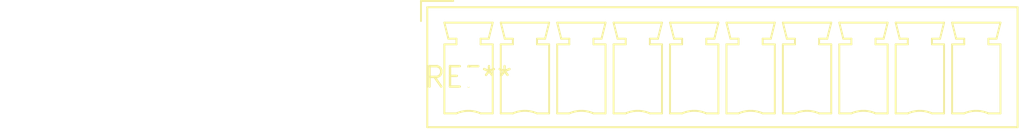
<source format=kicad_pcb>
(kicad_pcb (version 20240108) (generator pcbnew)
  (layers (0 "F.Cu" signal) (31 "B.Cu" signal) (34 "B.Paste" user) (35 "F.Paste" user) (36 "B.SilkS" user "B.Silkscreen") (37 "F.SilkS" user "F.Silkscreen") (38 "B.Mask" user) (39 "F.Mask" user) (44 "Edge.Cuts" user))
  (net 0 "")
  (footprint "PhoenixContact_MCV_1,5_10-G-3.5_1x10_P3.50mm_Vertical" (layer "F.Cu") (at 0 0)
    (property "Reference" "REF**")
    (property "Value" "PhoenixContact_MCV_1,5_10-G-3.5_1x10_P3.50mm_Vertical")
    (fp_line (start -2.95 -4.75) (end -0.95 -4.75) (layer "F.SilkS") (stroke (width 0.12)))
    (fp_line (start -2.95 -3.5) (end -2.95 -4.75) (layer "F.SilkS") (stroke (width 0.12)))
    (fp_line (start -2.56 -4.36) (end -2.56 3.11) (layer "F.SilkS") (stroke (width 0.12)))
    (fp_line (start -2.56 3.11) (end 34.06 3.11) (layer "F.SilkS") (stroke (width 0.12)))
    (fp_line (start -1.5 -3.4) (end 1.5 -3.4) (layer "F.SilkS") (stroke (width 0.12)))
    (fp_line (start -1.5 -2.05) (end -0.75 -2.05) (layer "F.SilkS") (stroke (width 0.12)))
    (fp_line (start -1.5 2.25) (end -1.5 -2.05) (layer "F.SilkS") (stroke (width 0.12)))
    (fp_line (start -1.25 -2.4) (end -1.5 -3.4) (layer "F.SilkS") (stroke (width 0.12)))
    (fp_line (start -0.75 -2.4) (end -1.25 -2.4) (layer "F.SilkS") (stroke (width 0.12)))
    (fp_line (start -0.75 -2.05) (end -0.75 -2.4) (layer "F.SilkS") (stroke (width 0.12)))
    (fp_line (start -0.75 2.25) (end -1.5 2.25) (layer "F.SilkS") (stroke (width 0.12)))
    (fp_line (start 0.75 -2.4) (end 0.75 -2.05) (layer "F.SilkS") (stroke (width 0.12)))
    (fp_line (start 0.75 -2.05) (end 1.5 -2.05) (layer "F.SilkS") (stroke (width 0.12)))
    (fp_line (start 1.25 -2.4) (end 0.75 -2.4) (layer "F.SilkS") (stroke (width 0.12)))
    (fp_line (start 1.5 -3.4) (end 1.25 -2.4) (layer "F.SilkS") (stroke (width 0.12)))
    (fp_line (start 1.5 -2.05) (end 1.5 2.25) (layer "F.SilkS") (stroke (width 0.12)))
    (fp_line (start 1.5 2.25) (end 0.75 2.25) (layer "F.SilkS") (stroke (width 0.12)))
    (fp_line (start 2 -3.4) (end 5 -3.4) (layer "F.SilkS") (stroke (width 0.12)))
    (fp_line (start 2 -2.05) (end 2.75 -2.05) (layer "F.SilkS") (stroke (width 0.12)))
    (fp_line (start 2 2.25) (end 2 -2.05) (layer "F.SilkS") (stroke (width 0.12)))
    (fp_line (start 2.25 -2.4) (end 2 -3.4) (layer "F.SilkS") (stroke (width 0.12)))
    (fp_line (start 2.75 -2.4) (end 2.25 -2.4) (layer "F.SilkS") (stroke (width 0.12)))
    (fp_line (start 2.75 -2.05) (end 2.75 -2.4) (layer "F.SilkS") (stroke (width 0.12)))
    (fp_line (start 2.75 2.25) (end 2 2.25) (layer "F.SilkS") (stroke (width 0.12)))
    (fp_line (start 4.25 -2.4) (end 4.25 -2.05) (layer "F.SilkS") (stroke (width 0.12)))
    (fp_line (start 4.25 -2.05) (end 5 -2.05) (layer "F.SilkS") (stroke (width 0.12)))
    (fp_line (start 4.75 -2.4) (end 4.25 -2.4) (layer "F.SilkS") (stroke (width 0.12)))
    (fp_line (start 5 -3.4) (end 4.75 -2.4) (layer "F.SilkS") (stroke (width 0.12)))
    (fp_line (start 5 -2.05) (end 5 2.25) (layer "F.SilkS") (stroke (width 0.12)))
    (fp_line (start 5 2.25) (end 4.25 2.25) (layer "F.SilkS") (stroke (width 0.12)))
    (fp_line (start 5.5 -3.4) (end 8.5 -3.4) (layer "F.SilkS") (stroke (width 0.12)))
    (fp_line (start 5.5 -2.05) (end 6.25 -2.05) (layer "F.SilkS") (stroke (width 0.12)))
    (fp_line (start 5.5 2.25) (end 5.5 -2.05) (layer "F.SilkS") (stroke (width 0.12)))
    (fp_line (start 5.75 -2.4) (end 5.5 -3.4) (layer "F.SilkS") (stroke (width 0.12)))
    (fp_line (start 6.25 -2.4) (end 5.75 -2.4) (layer "F.SilkS") (stroke (width 0.12)))
    (fp_line (start 6.25 -2.05) (end 6.25 -2.4) (layer "F.SilkS") (stroke (width 0.12)))
    (fp_line (start 6.25 2.25) (end 5.5 2.25) (layer "F.SilkS") (stroke (width 0.12)))
    (fp_line (start 7.75 -2.4) (end 7.75 -2.05) (layer "F.SilkS") (stroke (width 0.12)))
    (fp_line (start 7.75 -2.05) (end 8.5 -2.05) (layer "F.SilkS") (stroke (width 0.12)))
    (fp_line (start 8.25 -2.4) (end 7.75 -2.4) (layer "F.SilkS") (stroke (width 0.12)))
    (fp_line (start 8.5 -3.4) (end 8.25 -2.4) (layer "F.SilkS") (stroke (width 0.12)))
    (fp_line (start 8.5 -2.05) (end 8.5 2.25) (layer "F.SilkS") (stroke (width 0.12)))
    (fp_line (start 8.5 2.25) (end 7.75 2.25) (layer "F.SilkS") (stroke (width 0.12)))
    (fp_line (start 9 -3.4) (end 12 -3.4) (layer "F.SilkS") (stroke (width 0.12)))
    (fp_line (start 9 -2.05) (end 9.75 -2.05) (layer "F.SilkS") (stroke (width 0.12)))
    (fp_line (start 9 2.25) (end 9 -2.05) (layer "F.SilkS") (stroke (width 0.12)))
    (fp_line (start 9.25 -2.4) (end 9 -3.4) (layer "F.SilkS") (stroke (width 0.12)))
    (fp_line (start 9.75 -2.4) (end 9.25 -2.4) (layer "F.SilkS") (stroke (width 0.12)))
    (fp_line (start 9.75 -2.05) (end 9.75 -2.4) (layer "F.SilkS") (stroke (width 0.12)))
    (fp_line (start 9.75 2.25) (end 9 2.25) (layer "F.SilkS") (stroke (width 0.12)))
    (fp_line (start 11.25 -2.4) (end 11.25 -2.05) (layer "F.SilkS") (stroke (width 0.12)))
    (fp_line (start 11.25 -2.05) (end 12 -2.05) (layer "F.SilkS") (stroke (width 0.12)))
    (fp_line (start 11.75 -2.4) (end 11.25 -2.4) (layer "F.SilkS") (stroke (width 0.12)))
    (fp_line (start 12 -3.4) (end 11.75 -2.4) (layer "F.SilkS") (stroke (width 0.12)))
    (fp_line (start 12 -2.05) (end 12 2.25) (layer "F.SilkS") (stroke (width 0.12)))
    (fp_line (start 12 2.25) (end 11.25 2.25) (layer "F.SilkS") (stroke (width 0.12)))
    (fp_line (start 12.5 -3.4) (end 15.5 -3.4) (layer "F.SilkS") (stroke (width 0.12)))
    (fp_line (start 12.5 -2.05) (end 13.25 -2.05) (layer "F.SilkS") (stroke (width 0.12)))
    (fp_line (start 12.5 2.25) (end 12.5 -2.05) (layer "F.SilkS") (stroke (width 0.12)))
    (fp_line (start 12.75 -2.4) (end 12.5 -3.4) (layer "F.SilkS") (stroke (width 0.12)))
    (fp_line (start 13.25 -2.4) (end 12.75 -2.4) (layer "F.SilkS") (stroke (width 0.12)))
    (fp_line (start 13.25 -2.05) (end 13.25 -2.4) (layer "F.SilkS") (stroke (width 0.12)))
    (fp_line (start 13.25 2.25) (end 12.5 2.25) (layer "F.SilkS") (stroke (width 0.12)))
    (fp_line (start 14.75 -2.4) (end 14.75 -2.05) (layer "F.SilkS") (stroke (width 0.12)))
    (fp_line (start 14.75 -2.05) (end 15.5 -2.05) (layer "F.SilkS") (stroke (width 0.12)))
    (fp_line (start 15.25 -2.4) (end 14.75 -2.4) (layer "F.SilkS") (stroke (width 0.12)))
    (fp_line (start 15.5 -3.4) (end 15.25 -2.4) (layer "F.SilkS") (stroke (width 0.12)))
    (fp_line (start 15.5 -2.05) (end 15.5 2.25) (layer "F.SilkS") (stroke (width 0.12)))
    (fp_line (start 15.5 2.25) (end 14.75 2.25) (layer "F.SilkS") (stroke (width 0.12)))
    (fp_line (start 16 -3.4) (end 19 -3.4) (layer "F.SilkS") (stroke (width 0.12)))
    (fp_line (start 16 -2.05) (end 16.75 -2.05) (layer "F.SilkS") (stroke (width 0.12)))
    (fp_line (start 16 2.25) (end 16 -2.05) (layer "F.SilkS") (stroke (width 0.12)))
    (fp_line (start 16.25 -2.4) (end 16 -3.4) (layer "F.SilkS") (stroke (width 0.12)))
    (fp_line (start 16.75 -2.4) (end 16.25 -2.4) (layer "F.SilkS") (stroke (width 0.12)))
    (fp_line (start 16.75 -2.05) (end 16.75 -2.4) (layer "F.SilkS") (stroke (width 0.12)))
    (fp_line (start 16.75 2.25) (end 16 2.25) (layer "F.SilkS") (stroke (width 0.12)))
    (fp_line (start 18.25 -2.4) (end 18.25 -2.05) (layer "F.SilkS") (stroke (width 0.12)))
    (fp_line (start 18.25 -2.05) (end 19 -2.05) (layer "F.SilkS") (stroke (width 0.12)))
    (fp_line (start 18.75 -2.4) (end 18.25 -2.4) (layer "F.SilkS") (stroke (width 0.12)))
    (fp_line (start 19 -3.4) (end 18.75 -2.4) (layer "F.SilkS") (stroke (width 0.12)))
    (fp_line (start 19 -2.05) (end 19 2.25) (layer "F.SilkS") (stroke (width 0.12)))
    (fp_line (start 19 2.25) (end 18.25 2.25) (layer "F.SilkS") (stroke (width 0.12)))
    (fp_line (start 19.5 -3.4) (end 22.5 -3.4) (layer "F.SilkS") (stroke (width 0.12)))
    (fp_line (start 19.5 -2.05) (end 20.25 -2.05) (layer "F.SilkS") (stroke (width 0.12)))
    (fp_line (start 19.5 2.25) (end 19.5 -2.05) (layer "F.SilkS") (stroke (width 0.12)))
    (fp_line (start 19.75 -2.4) (end 19.5 -3.4) (layer "F.SilkS") (stroke (width 0.12)))
    (fp_line (start 20.25 -2.4) (end 19.75 -2.4) (layer "F.SilkS") (stroke (width 0.12)))
    (fp_line (start 20.25 -2.05) (end 20.25 -2.4) (layer "F.SilkS") (stroke (width 0.12)))
    (fp_line (start 20.25 2.25) (end 19.5 2.25) (layer "F.SilkS") (stroke (width 0.12)))
    (fp_line (start 21.75 -2.4) (end 21.75 -2.05) (layer "F.SilkS") (stroke (width 0.12)))
    (fp_line (start 21.75 -2.05) (end 22.5 -2.05) (layer "F.SilkS") (stroke (width 0.12)))
    (fp_line (start 22.25 -2.4) (end 21.75 -2.4) (layer "F.SilkS") (stroke (width 0.12)))
    (fp_line (start 22.5 -3.4) (end 22.25 -2.4) (layer "F.SilkS") (stroke (width 0.12)))
    (fp_line (start 22.5 -2.05) (end 22.5 2.25) (layer "F.SilkS") (stroke (width 0.12)))
    (fp_line (start 22.5 2.25) (end 21.75 2.25) (layer "F.SilkS") (stroke (width 0.12)))
    (fp_line (start 23 -3.4) (end 26 -3.4) (layer "F.SilkS") (stroke (width 0.12)))
    (fp_line (start 23 -2.05) (end 23.75 -2.05) (layer "F.SilkS") (stroke (width 0.12)))
    (fp_line (start 23 2.25) (end 23 -2.05) (layer "F.SilkS") (stroke (width 0.12)))
    (fp_line (start 23.25 -2.4) (end 23 -3.4) (layer "F.SilkS") (stroke (width 0.12)))
    (fp_line (start 23.75 -2.4) (end 23.25 -2.4) (layer "F.SilkS") (stroke (width 0.12)))
    (fp_line (start 23.75 -2.05) (end 23.75 -2.4) (layer "F.SilkS") (stroke (width 0.12)))
    (fp_line (start 23.75 2.25) (end 23 2.25) (layer "F.SilkS") (stroke (width 0.12)))
    (fp_line (start 25.25 -2.4) (end 25.25 -2.05) (layer "F.SilkS") (stroke (width 0.12)))
    (fp_line (start 25.25 -2.05) (end 26 -2.05) (layer "F.SilkS") (stroke (width 0.12)))
    (fp_line (start 25.75 -2.4) (end 25.25 -2.4) (layer "F.SilkS") (stroke (width 0.12)))
    (fp_line (start 26 -3.4) (end 25.75 -2.4) (layer "F.SilkS") (stroke (width 0.12)))
    (fp_line (start 26 -2.05) (end 26 2.25) (layer "F.SilkS") (stroke (width 0.12)))
    (fp_line (start 26 2.25) (end 25.25 2.25) (layer "F.SilkS") (stroke (width 0.12)))
    (fp_line (start 26.5 -3.4) (end 29.5 -3.4) (layer "F.SilkS") (stroke (width 0.12)))
    (fp_line (start 26.5 -2.05) (end 27.25 -2.05) (layer "F.SilkS") (stroke (width 0.12)))
    (fp_line (start 26.5 2.25) (end 26.5 -2.05) (layer "F.SilkS") (stroke (width 0.12)))
    (fp_line (start 26.75 -2.4) (end 26.5 -3.4) (layer "F.SilkS") (stroke (width 0.12)))
    (fp_line (start 27.25 -2.4) (end 26.75 -2.4) (layer "F.SilkS") (stroke (width 0.12)))
    (fp_line (start 27.25 -2.05) (end 27.25 -2.4) (layer "F.SilkS") (stroke (width 0.12)))
    (fp_line (start 27.25 2.25) (end 26.5 2.25) (layer "F.SilkS") (stroke (width 0.12)))
    (fp_line (start 28.75 -2.4) (end 28.75 -2.05) (layer "F.SilkS") (stroke (width 0.12)))
    (fp_line (start 28.75 -2.05) (end 29.5 -2.05) (layer "F.SilkS") (stroke (width 0.12)))
    (fp_line (start 29.25 -2.4) (end 28.75 -2.4) (layer "F.SilkS") (stroke (width 0.12)))
    (fp_line (start 29.5 -3.4) (end 29.25 -2.4) (layer "F.SilkS") (stroke (width 0.12)))
    (fp_line (start 29.5 -2.05) (end 29.5 2.25) (layer "F.SilkS") (stroke (width 0.12)))
    (fp_line (start 29.5 2.25) (end 28.75 2.25) (layer "F.SilkS") (stroke (width 0.12)))
    (fp_line (start 30 -3.4) (end 33 -3.4) (layer "F.SilkS") (stroke (width 0.12)))
    (fp_line (start 30 -2.05) (end 30.75 -2.05) (layer "F.SilkS") (stroke (width 0.12)))
    (fp_line (start 30 2.25) (end 30 -2.05) (layer "F.SilkS") (stroke (width 0.12)))
    (fp_line (start 30.25 -2.4) (end 30 -3.4) (layer "F.SilkS") (stroke (width 0.12)))
    (fp_line (start 30.75 -2.4) (end 30.25 -2.4) (layer "F.SilkS") (stroke (width 0.12)))
    (fp_line (start 30.75 -2.05) (end 30.75 -2.4) (layer "F.SilkS") (stroke (width 0.12)))
    (fp_line (start 30.75 2.25) (end 30 2.25) (layer "F.SilkS") (stroke (width 0.12)))
    (fp_line (start 32.25 -2.4) (end 32.25 -2.05) (layer "F.SilkS") (stroke (width 0.12)))
    (fp_line (start 32.25 -2.05) (end 33 -2.05) (layer "F.SilkS") (stroke (width 0.12)))
    (fp_line (start 32.75 -2.4) (end 32.25 -2.4) (layer "F.SilkS") (stroke (width 0.12)))
    (fp_line (start 33 -3.4) (end 32.75 -2.4) (layer "F.SilkS") (stroke (width 0.12)))
    (fp_line (start 33 -2.05) (end 33 2.25) (layer "F.SilkS") (stroke (width 0.12)))
    (fp_line (start 33 2.25) (end 32.25 2.25) (layer "F.SilkS") (stroke (width 0.12)))
    (fp_line (start 34.06 -4.36) (end -2.56 -4.36) (layer "F.SilkS") (stroke (width 0.12)))
    (fp_line (start 34.06 3.11) (end 34.06 -4.36) (layer "F.SilkS") (stroke (width 0.12)))
    (fp_arc (start -0.75 2.25) (mid -0.000193 2.09191) (end 0.749647 2.249844) (layer "F.SilkS") (stroke (width 0.12)))
    (fp_arc (start 2.75 2.25) (mid 3.499807 2.09191) (end 4.249647 2.249844) (layer "F.SilkS") (stroke (width 0.12)))
    (fp_arc (start 6.25 2.25) (mid 6.999807 2.09191) (end 7.749647 2.249844) (layer "F.SilkS") (stroke (width 0.12)))
    (fp_arc (start 9.75 2.25) (mid 10.499807 2.09191) (end 11.249647 2.249844) (layer "F.SilkS") (stroke (width 0.12)))
    (fp_arc (start 13.25 2.25) (mid 13.999807 2.09191) (end 14.749647 2.249844) (layer "F.SilkS") (stroke (width 0.12)))
    (fp_arc (start 16.75 2.25) (mid 17.499807 2.09191) (end 18.249647 2.249844) (layer "F.SilkS") (stroke (width 0.12)))
    (fp_arc (start 20.25 2.25) (mid 20.999807 2.09191) (end 21.749647 2.249844) (layer "F.SilkS") (stroke (width 0.12)))
    (fp_arc (start 23.75 2.25) (mid 24.499807 2.09191) (end 25.249647 2.249844) (layer "F.SilkS") (stroke (width 0.12)))
    (fp_arc (start 27.25 2.25) (mid 27.999807 2.09191) (end 28.749647 2.249844) (layer "F.SilkS") (stroke (width 0.12)))
    (fp_arc (start 30.75 2.25) (mid 31.499807 2.09191) (end 32.249647 2.249844) (layer "F.SilkS") (stroke (width 0.12)))
    (pad "1" thru_hole roundrect (at 0 0) (size 1.8 3.6) (drill 1.2) (layers *.Cu *.Mask) (remove_unused_layers) (roundrect_rratio 0.138889))
    (pad "2" thru_hole oval (at 3.5 0) (size 1.8 3.6) (drill 1.2) (layers *.Cu *.Mask) (remove_unused_layers))
    (pad "3" thru_hole oval (at 7 0) (size 1.8 3.6) (drill 1.2) (layers *.Cu *.Mask) (remove_unused_layers))
    (pad "4" thru_hole oval (at 10.5 0) (size 1.8 3.6) (drill 1.2) (layers *.Cu *.Mask) (remove_unused_layers))
    (pad "5" thru_hole oval (at 14 0) (size 1.8 3.6) (drill 1.2) (layers *.Cu *.Mask) (remove_unused_layers))
    (pad "6" thru_hole oval (at 17.5 0) (size 1.8 3.6) (drill 1.2) (layers *.Cu *.Mask) (remove_unused_layers))
    (pad "7" thru_hole oval (at 21 0) (size 1.8 3.6) (drill 1.2) (layers *.Cu *.Mask) (remove_unused_layers))
    (pad "8" thru_hole oval (at 24.5 0) (size 1.8 3.6) (drill 1.2) (layers *.Cu *.Mask) (remove_unused_layers))
    (pad "9" thru_hole oval (at 28 0) (size 1.8 3.6) (drill 1.2) (layers *.Cu *.Mask) (remove_unused_layers))
    (pad "10" thru_hole oval (at 31.5 0) (size 1.8 3.6) (drill 1.2) (layers *.Cu *.Mask) (remove_unused_layers))
  )
)
</source>
